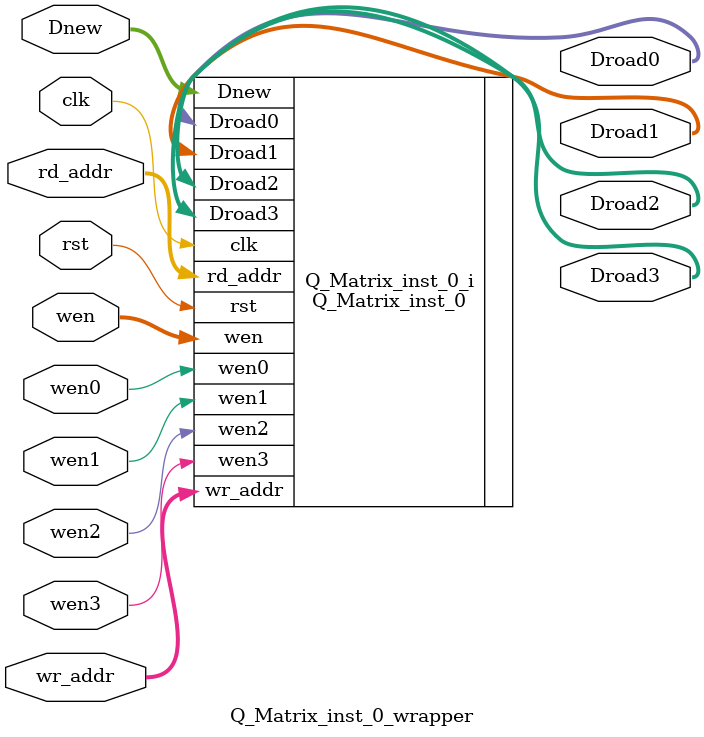
<source format=v>
`timescale 1 ps / 1 ps

module Q_Matrix_inst_0_wrapper
   (Dnew,
    Droad0,
    Droad1,
    Droad2,
    Droad3,
    clk,
    rd_addr,
    rst,
    wen,
    wen0,
    wen1,
    wen2,
    wen3,
    wr_addr);
  input [63:0]Dnew;
  output [63:0]Droad0;
  output [63:0]Droad1;
  output [63:0]Droad2;
  output [63:0]Droad3;
  input clk;
  input [31:0]rd_addr;
  input rst;
  input [7:0]wen;
  input wen0;
  input wen1;
  input wen2;
  input wen3;
  input [31:0]wr_addr;

  wire [63:0]Dnew;
  wire [63:0]Droad0;
  wire [63:0]Droad1;
  wire [63:0]Droad2;
  wire [63:0]Droad3;
  wire clk;
  wire [31:0]rd_addr;
  wire rst;
  wire [7:0]wen;
  wire wen0;
  wire wen1;
  wire wen2;
  wire wen3;
  wire [31:0]wr_addr;

  Q_Matrix_inst_0 Q_Matrix_inst_0_i
       (.Dnew(Dnew),
        .Droad0(Droad0),
        .Droad1(Droad1),
        .Droad2(Droad2),
        .Droad3(Droad3),
        .clk(clk),
        .rd_addr(rd_addr),
        .rst(rst),
        .wen(wen),
        .wen0(wen0),
        .wen1(wen1),
        .wen2(wen2),
        .wen3(wen3),
        .wr_addr(wr_addr));
endmodule

</source>
